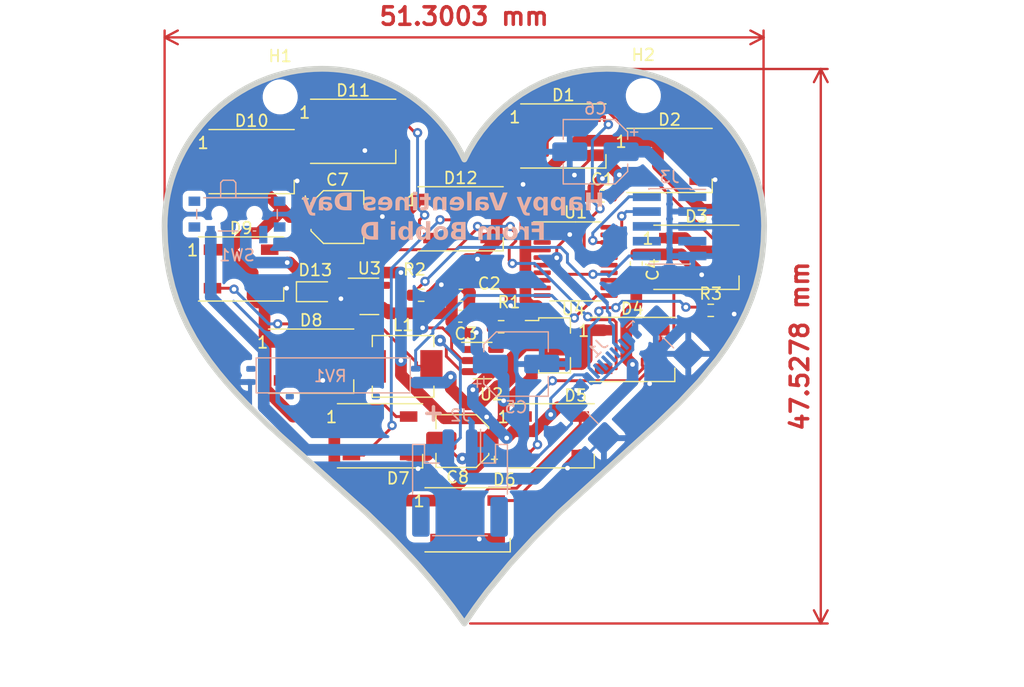
<source format=kicad_pcb>
(kicad_pcb (version 20240108) (generator "pcbnew") (generator_version "8.0")
  (layers (0 "F.Cu" signal) (31 "B.Cu" signal) (34 "B.Paste" user) (35 "F.Paste" user) (36 "B.SilkS" user "B.Silkscreen") (37 "F.SilkS" user "F.Silkscreen") (38 "B.Mask" user) (39 "F.Mask" user) (44 "Edge.Cuts" user))
  (net 0 "")
  (net 1 "+3V3")
  (net 2 "GND")
  (net 3 "+5V")
  (net 4 "/VBat")
  (net 5 "Net-(D1-DOUT)")
  (net 6 "/LED_Data")
  (net 7 "Net-(D2-DOUT)")
  (net 8 "Net-(D3-DOUT)")
  (net 9 "Net-(D4-DOUT)")
  (net 10 "Net-(D4-DIN)")
  (net 11 "Net-(D5-DIN)")
  (net 12 "Net-(D12-DIN)")
  (net 13 "Net-(D7-DIN)")
  (net 14 "Net-(D8-DIN)")
  (net 16 "Net-(D10-DIN)")
  (net 17 "Net-(D11-DIN)")
  (net 18 "/VUSB")
  (net 19 "Net-(J1-CC1)")
  (net 26 "/SWDIO")
  (net 27 "/SWCLK")
  (net 31 "/~{RST}")
  (net 32 "/VBat_switched")
  (net 33 "Net-(U3-SW)")
  (net 34 "Net-(U2-PROG)")
  (net 42 "/brightness")
  (net 43 "/Gain Select")
  (net 44 "/sda")
  (net 45 "/scl")
  (net 47 "/trans")
  (net 52 "Net-(J1-CC2)")
  (footprint "Capacitor_SMD:C_0603_1608Metric" (layer "F.Cu") (at 158.8 73.1)
    (property "Reference" "C1")
    (property "Value" "100nf")
  )
  (footprint "Capacitor_SMD:C_0603_1608Metric" (layer "F.Cu") (at 146.625 83.4)
    (property "Reference" "C3")
    (property "Value" "100n")
  )
  (footprint "LED_SMD:LED_WS2812B_PLCC4_5.0x5.0mm_P3.2mm" (layer "F.Cu") (at 139.75 93.65)
    (property "Reference" "D7")
    (property "Value" "WS2812B")
  )
  (footprint "Resistor_SMD:R_0603_1608Metric" (layer "F.Cu") (at 150.125 84.3)
    (property "Reference" "R1")
    (property "Value" "2k")
  )
  (footprint "LED_SMD:LED_WS2812B_PLCC4_5.0x5.0mm_P3.2mm" (layer "F.Cu") (at 147.25 100.85)
    (property "Reference" "D6")
    (property "Value" "WS2812B")
  )
  (footprint "Capacitor_SMD:CP_Elec_4x3" (layer "F.Cu") (at 146.8 94.1 180)
    (property "Reference" "C8")
    (property "Value" "4.7u")
  )
  (footprint "Package_TO_SOT_SMD:SOT-23-5" (layer "F.Cu") (at 148.5375 87.2)
    (property "Reference" "U2")
    (property "Value" "LR4054")
  )
  (footprint "LED_SMD:LED_WS2812B_PLCC4_5.0x5.0mm_P3.2mm" (layer "F.Cu") (at 164.55 70.05)
    (property "Reference" "D2")
    (property "Value" "WS2812B")
  )
  (footprint "LED_SMD:LED_WS2812B_PLCC4_5.0x5.0mm_P3.2mm" (layer "F.Cu") (at 128.75 70.15)
    (property "Reference" "D10")
    (property "Value" "WS2812B")
  )
  (footprint "Capacitor_SMD:C_0603_1608Metric" (layer "F.Cu") (at 146.675 81.6)
    (property "Reference" "C2")
    (property "Value" "100n")
  )
  (footprint "MountingHole:MountingHole_2.5mm" (layer "F.Cu") (at 162.3 64.5)
    (property "Reference" "H2")
    (property "Value" "MountingHole")
  )
  (footprint "LED_SMD:LED_WS2812B_PLCC4_5.0x5.0mm_P3.2mm" (layer "F.Cu") (at 155.45 67.95)
    (property "Reference" "D1")
    (property "Value" "WS2812B")
  )
  (footprint "LED_SMD:LED_WS2812B_PLCC4_5.0x5.0mm_P3.2mm" (layer "F.Cu") (at 133.85 87.25)
    (property "Reference" "D8")
    (property "Value" "WS2812B")
  )
  (footprint "LED_SMD:LED_WS2812B_PLCC4_5.0x5.0mm_P3.2mm" (layer "F.Cu") (at 161.35 86.25)
    (property "Reference" "D4")
    (property "Value" "WS2812B")
  )
  (footprint "Package_TO_SOT_SMD:SOT-23-5" (layer "F.Cu") (at 138.8375 81.7)
    (property "Reference" "U3")
    (property "Value" "TPS613222ADBV")
  )
  (footprint "LED_SMD:LED_WS2812B_PLCC4_5.0x5.0mm_P3.2mm" (layer "F.Cu") (at 154.45 93.65)
    (property "Reference" "D5")
    (property "Value" "WS2812B")
  )
  (footprint "Capacitor_SMD:C_0603_1608Metric" (layer "F.Cu") (at 161.7 78.875 90)
    (property "Reference" "C4")
    (property "Value" "100nf")
  )
  (footprint "LED_SMD:LED_WS2812B_PLCC4_5.0x5.0mm_P3.2mm" (layer "F.Cu") (at 137.45 67.55)
    (property "Reference" "D11")
    (property "Value" "WS2812B")
  )
  (footprint "Inductor_SMD:L_Vishay_IHLP-2020" (layer "F.Cu") (at 141.7265 87.7)
    (property "Reference" "L1")
    (property "Value" "4.7uh")
  )
  (footprint "Package_TO_SOT_SMD:SOT-89-3" (layer "F.Cu") (at 154.7 85.9)
    (property "Reference" "U4")
    (property "Value" "AMS1117-3.3")
  )
  (footprint "Package_SO:TSSOP-20_4.4x6.5mm_P0.65mm" (layer "F.Cu") (at 156.5 78.7)
    (property "Reference" "U1")
    (property "Value" "STM32G030F6P6")
  )
  (footprint "Resistor_SMD:R_0603_1608Metric" (layer "F.Cu") (at 143.275 81.6)
    (property "Reference" "R2")
    (property "Value" "5k1")
  )
  (footprint "Diode_SMD:D_SOD-323F" (layer "F.Cu") (at 134.2 81.3)
    (property "Reference" "D13")
    (property "Value" "SD103")
  )
  (footprint "LED_SMD:LED_WS2812B_PLCC4_5.0x5.0mm_P3.2mm" (layer "F.Cu") (at 127.85 79.35)
    (property "Reference" "D9")
    (property "Value" "WS2812B")
  )
  (footprint "LED_SMD:LED_WS2812B_PLCC4_5.0x5.0mm_P3.2mm" (layer "F.Cu") (at 146.65 75.05)
    (property "Reference" "D12")
    (property "Value" "WS2812B")
  )
  (footprint "Resistor_SMD:R_0603_1608Metric" (layer "F.Cu") (at 168.075 82.9)
    (property "Reference" "R3")
    (property "Value" "5k1")
  )
  (footprint "MountingHole:MountingHole_2.5mm" (layer "F.Cu") (at 131.2 64.6)
    (property "Reference" "H1")
    (property "Value" "MountingHole")
  )
  (footprint "LED_SMD:LED_WS2812B_PLCC4_5.0x5.0mm_P3.2mm" (layer "F.Cu") (at 166.85 78.35)
    (property "Reference" "D3")
    (property "Value" "WS2812B")
  )
  (footprint "Capacitor_SMD:CP_Elec_4x3" (layer "F.Cu") (at 136.1 74.9)
    (property "Reference" "C7")
    (property "Value" "4.7u")
  )
  (footprint "Potentiometer_SMD:ALPSALPINE RS08U111Z001" (layer "B.Cu") (at 138.19 89.59 180)
    (property "Reference" "RV1")
    (property "Value" "R_Potentiometer")
  )
  (footprint "Capacitor_SMD:CP_Elec_5x3" (layer "B.Cu") (at 158.2 69.3 180)
    (property "Reference" "C6")
    (property "Value" "10uf")
  )
  (footprint "Capacitor_SMD:CP_Elec_5x3" (layer "B.Cu") (at 151.4 87.5)
    (property "Reference" "C5")
    (property "Value" "10uf")
  )
  (footprint "Button_Switch_SMD:SW_SPDT_PCM12" (layer "B.Cu") (at 127.5 74.975)
    (property "Reference" "SW1")
    (property "Value" "SW_SPST")
  )
  (footprint "Connector_PinHeader_1.27mm:PinHeader_2x05_P1.27mm_Vertical_SMD" (layer "B.Cu") (at 164.55 75.7 180)
    (property "Reference" "J3")
    (property "Value" "Conn_ARM_JTAG_SWD_10")
  )
  (footprint "Connector_JST:JST_PH_S2B-PH-SM4-TB_1x02-1MP_P2.00mm_Horizontal" (layer "B.Cu") (at 146.6 97.7 180)
    (property "Reference" "J2")
    (property "Value" "Conn_01x02_Pin")
  )
  (footprint "Connector_USB:USB_C_Receptacle_GCT_USB4110" (layer "B.Cu") (at 161.9552 89.6527 -135)
    (property "Reference" "J1")
    (property "Value" "USB_C_Receptacle")
  )
  (gr_poly (pts (xy 135.3 62.2) (xy 135.799241 62.227725) (xy 136.293405 62.273527) (xy 136.782171 62.337071) (xy 137.26522 62.418022) (xy 137.742228 62.516049) (xy 138.212875 62.630815) (xy 138.676839 62.761988) (xy 139.133801 62.909235) (xy 139.583437 63.07222) (xy 140.025427 63.25061) (xy 140.459451 63.444071) (xy 140.885186 63.652271) (xy 141.302311 63.874873) (xy 141.710506 64.111546) (xy 142.109449 64.361954) (xy 142.498818 64.625765) (xy 142.878293 64.902644) (xy 143.247553 65.192257) (xy 143.606276 65.494272) (xy 143.95414 65.808352) (xy 144.290826 66.134166) (xy 144.616011 66.471379) (xy 144.929375 66.819658) (xy 145.230595 67.178667) (xy 145.519352 67.548075) (xy 145.795323 67.927546) (xy 146.058188 68.316747) (xy 146.307625 68.715345) (xy 146.543314 69.123004) (xy 146.764932 69.539392) (xy 146.972159 69.964175) (xy 147.404642 69.120721) (xy 147.892941 68.312769) (xy 148.434506 67.54293) (xy 149.026788 66.813812) (xy 149.667237 66.128027) (xy 150.353305 65.488183) (xy 151.08244 64.89689) (xy 151.852094 64.356758) (xy 152.659718 63.870398) (xy 153.502761 63.440418) (xy 154.378675 63.069429) (xy 155.284909 62.76004) (xy 156.218914 62.514861) (xy 157.178141 62.336502) (xy 158.16004 62.227573) (xy 159.162061 62.190683) (xy 159.855614 62.208227) (xy 160.540096 62.260293) (xy 161.214658 62.346034) (xy 161.878449 62.464601) (xy 162.530623 62.615148) (xy 163.170328 62.796826) (xy 163.796717 63.008788) (xy 164.408941 63.250185) (xy 165.00615 63.520171) (xy 165.587496 63.817898) (xy 166.152129 64.142517) (xy 166.699201 64.493181) (xy 167.227862 64.869043) (xy 167.737264 65.269254) (xy 168.226557 65.692967) (xy 168.694893 66.139334) (xy 169.141423 66.607508) (xy 169.565297 67.09664) (xy 169.965666 67.605883) (xy 170.341683 68.13439) (xy 170.692496 68.681312) (xy 171.017259 69.245802) (xy 171.315121 69.827012) (xy 171.585233 70.424095) (xy 171.826747 71.036202) (xy 172.038814 71.662486) (xy 172.220585 72.302099) (xy 172.37121 72.954193) (xy 172.48984 73.617922) (xy 172.575628 74.292436) (xy 172.627723 74.976889) (xy 172.645276 75.670432) (xy 172.599578 77.01484) (xy 172.465145 78.303833) (xy 172.245969 79.541146) (xy 171.946043 80.730515) (xy 171.569358 81.875676) (xy 171.119908 82.980366) (xy 170.601684 84.048319) (xy 170.01868 85.083274) (xy 169.374886 86.088964) (xy 168.674296 87.069127) (xy 167.118696 88.967815) (xy 165.383818 90.809226) (xy 163.501601 92.623248) (xy 155.138106 100.203214) (xy 152.998269 102.328618) (xy 150.902723 104.605964) (xy 148.883408 107.06514) (xy 147.912317 108.372254) (xy 146.972261 109.736034) (xy 145.98288 108.365171) (xy 144.968726 107.054643) (xy 143.933484 105.800392) (xy 142.880838 104.59836) (xy 140.738072 102.334728) (xy 138.569902 100.231289) (xy 130.232689 92.770306) (xy 128.379625 90.980965) (xy 127.508043 90.075365) (xy 126.678008 89.15707) (xy 125.893202 88.222022) (xy 125.15731 87.266163) (xy 124.474018 86.285437) (xy 123.847009 85.275787) (xy 123.279967 84.233155) (xy 122.776577 83.153483) (xy 122.340523 82.032716) (xy 121.97549 80.866795) (xy 121.685162 79.651663) (xy 121.473223 78.383264) (xy 121.343358 77.057539) (xy 121.299251 75.670432) (xy 121.316795 74.976889) (xy 121.368862 74.292436) (xy 121.454604 73.617922) (xy 121.573176 72.954193) (xy 121.723729 72.302099) (xy 121.905416 71.662486) (xy 122.117391 71.036202) (xy 122.358807 70.424095) (xy 122.628816 69.827012) (xy 122.926571 69.245802) (xy 123.251225 68.681312) (xy 123.601931 68.13439) (xy 123.977842 67.605883) (xy 124.378111 67.09664) (xy 124.801891 66.607508) (xy 125.248335 66.139334) (xy 125.716595 65.692967) (xy 126.205824 65.269254) (xy 126.715176 64.869043) (xy 127.243803 64.493181) (xy 127.790859 64.142517) (xy 128.355495 63.817898) (xy 128.936866 63.520171) (xy 129.534123 63.250185) (xy 130.146421 63.008788) (xy 130.772911 62.796826) (xy 131.412747 62.615148) (xy 132.065081 62.464601) (xy 132.729067 62.346034) (xy 133.403858 62.260293) (xy 134.088605 62.208227) (xy 134.782463 62.190683) (xy 134.796005 62.190683)) (stroke (width 0.5)) (fill none) (layer "Edge.Cuts"))
  (gr_text "Happy Valentines Day\nFrom Bobbi D" (at 146 77.1 0) (layer "B.SilkS") (effects (font (size 1.5 1.5) (thickness 0.3) (bold yes)) (justify bottom mirror)))
  (gr_text "+" (at 143.2 92.5 0) (layer "B.SilkS") (effects (font (size 1.5 1.5) (thickness 0.3) (bold yes)) (justify left bottom)))
  (dimension (type orthogonal) (layer "F.Cu") (pts (xy 121.299251 75.670432) (xy 172.599578 77.01484)) (height -16.170432) (orientation 0) (gr_text "51.3003 mm" (at 146.949415 57.7 0) (layer "F.Cu") (effects (font (size 1.5 1.5) (thickness 0.3)))) (format (prefix "") (suffix "") (units 3) (units_format 1) (precision 4)) (style (thickness 0.2) (arrow_length 1.27) (text_position_mode 0) (extension_height 0.58642) (extension_offset 0.5) keep_text_aligned))
  (dimension (type orthogonal) (layer "F.Cu") (pts (xy 159.855614 62.208227) (xy 146.972261 109.736034)) (height 17.644386) (orientation 1) (gr_text "47.5278 mm" (at 175.7 85.972131 90) (layer "F.Cu") (effects (font (size 1.5 1.5) (thickness 0.3)))) (format (prefix "") (suffix "") (units 3) (units_format 1) (precision 4)) (style (thickness 0.2) (arrow_length 1.27) (text_position_mode 0) (extension_height 0.58642) (extension_offset 0.5) keep_text_aligned))
  (segment (start 152.2 75.3409) (end 154.441 73.1) (width 1) (layer "F.Cu") (net 1))
  (segment (start 158.025 73.1) (end 158.025 72.375) (width 1) (layer "F.Cu") (net 1))
  (segment (start 149.82 89.3915) (end 150.302 89.3915) (width 1) (layer "F.Cu") (net 1))
  (segment (start 151.038 86.9625) (end 152.1 85.9) (width 1) (layer "F.Cu") (net 1))
  (segment (start 145.805 88.6) (end 145.804 88.6) (width 1) (layer "F.Cu") (net 1))
  (segment (start 153.225 82.525) (end 152.666 82.525) (width 1) (layer "F.Cu") (net 1))
  (segment (start 145.805 89.5723) (end 147.182 90.95) (width 1) (layer "F.Cu") (net 1))
  (segment (start 154.441 73.1) (end 158.025 73.1) (width 1) (layer "F.Cu") (net 1))
  (segment (start 154.1 83.4) (end 153.225 82.525) (width 1) (layer "F.Cu") (net 1))
  (segment (start 154.1997 85.4503) (end 153.75 85.9) (width 1) (layer "F.Cu") (net 1))
  (segment (start 151.038 88.6562) (end 151.038 86.9625) (width 1) (layer "F.Cu") (net 1))
  (segment (start 150.302 89.3915) (end 151.038 88.6562) (width 1) (layer "F.Cu") (net 1))
  (segment (start 153.6375 77.725) (end 153.638 77.725) (width 0.4006) (layer "F.Cu") (net 1))
  (segment (start 152.1 85.9) (end 152.8375 85.9) (width 1) (layer "F.Cu") (net 1))
  (segment (start 145.805 88.6) (end 145.805 89.5723) (width 1) (layer "F.Cu") (net 1))
  (segment (start 148.262 90.95) (end 149.82 89.3915) (width 1) (layer "F.Cu") (net 1))
  (segment (start 154.1 83.4) (end 154.1997 83.4997) (width 1) (layer "F.Cu") (net 1))
  (segment (start 147.182 90.95) (end 148.262 90.95) (width 1) (layer "F.Cu") (net 1))
  (segment (start 152.8375 85.9) (end 153.75 85.9) (width 1) (layer "F.Cu") (net 1))
  (segment (start 158.025 72.375) (end 158.8 71.6) (width 1) (layer "F.Cu") (net 1))
  (segment (start 152.2 82.0591) (end 152.2 77.725) (width 1) (layer "F.Cu") (net 1))
  (segment (start 152.2 77.725) (end 153.6375 77.725) (width 0.4006) (layer "F.Cu") (net 1))
  (segment (start 154.1997 83.4997) (end 154.1997 85.4503) (width 1) (layer "F.Cu") (net 1))
  (segment (start 152.2 77.725) (end 152.2 75.3409) (width 1) (layer "F.Cu") (net 1))
  (segment (start 152.666 82.525) (end 152.2 82.0591) (width 1) (layer "F.Cu") (net 1))
  (via (at 145.805 88.6) (size 1) (drill 0.4) (layers "F.Cu" "B.Cu") (net 1))
  (via (at 158.8 71.6) (size 1) (drill 0.4) (layers "F.Cu" "B.Cu") (net 1))
  (segment (start 145.315 89.09) (end 145.805 88.6) (width 1) (layer "B.Cu") (net 1))
  (segment (start 142.79 89.09) (end 145.315 89.09) (width 1) (layer "B.Cu") (net 1))
  (segment (start 158.8 71.6) (end 158.8 70.9) (width 1) (layer "B.Cu") (net 1))
  (segment (start 160.4 69.3) (end 162.64 69.3) (width 1) (layer "B.Cu") (net 1))
  (segment (start 158.8 70.9) (end 160.4 69.3) (width 1) (layer "B.Cu") (net 1))
  (segment (start 162.64 69.3) (end 166.5 73.16) (width 1) (layer "B.Cu") (net 1))
  (segment (start 155.807 96.4175) (end 156.9 95.3245) (width 1) (layer "F.Cu") (net 2))
  (segment (start 149.75 76.0368) (end 149.75 75.2237) (width 1) (layer "F.Cu") (net 2))
  (segment (start 169.3 80) (end 167.453 80) (width 1) (layer "F.Cu") (net 2))
  (segment (start 154.867 78.375) (end 154.885 78.393) (width 0.4006) (layer "F.Cu") (net 2))
  (segment (start 159.35 69.6) (end 159.35 70.3838) (width 1) (layer "F.Cu") (net 2))
  (segment (start 145.303 80.3966) (end 145.3031 80.3966) (width 1) (layer "F.Cu") (net 2))
  (segment (start 145.88 85.1795) (end 145.1 84.4) (width 0.25) (layer "F.Cu") (net 2))
  (segment (start 139.95 74.8586) (end 137.941 74.8586) (width 1) (layer "F.Cu") (net 2))
  (segment (start 149.75 76.85) (end 149.75 76.0368) (width 1) (layer "F.Cu") (net 2))
  (segment (start 154.885 77.515) (end 156 76.4) (width 0.25) (layer "F.Cu") (net 2))
  (segment (start 143.8 95.3) (end 145 94.1) (width 1) (layer "F.Cu") (net 2))
  (segment (start 149.75 76.0368) (end 149.1 76.6868) (width 1) (layer "F.Cu") (net 2))
  (segment (start 145.001 80.6987) (end 145.303 80.3966) (width 1) (layer "F.Cu") (net 2))
  (segment (start 165.553 78.1) (end 161.7 78.1) (width 1) (layer "F.Cu") (net 2))
  (segment (start 149.75 75.2237) (end 152 72.9737) (width 1) (layer "F.Cu") (net 2))
  (segment (start 169.2125 83.2125) (end 168.9 82.9) (width 1) (layer "F.Cu") (net 2))
  (segment (start 150.934 81.3344) (end 148.1 78.5) (width 1) (layer "F.Cu") (net 2))
  (segment (start 153.638 78.375) (end 153.6375 78.375) (width 0.4006) (layer "F.Cu") (net 2))
  (segment (start 147.4 87.2) (end 146.833 87.2) (width 0.25) (layer "F.Cu") (net 2))
  (segment (start 146.833 87.2) (end 145.88 86.2462) (width 0.25) (layer "F.Cu") (net 2))
  (segment (start 163.8 88.225095) (end 162.842579 89.182516) (width 1) (layer "F.Cu") (net 2))
  (segment (start 131.2 71.8) (end 132.65 71.8) (width 1) (layer "F.Cu") (net 2))
  (segment (start 163.8 87.9) (end 163.8 88.225095) (width 1) (layer "F.Cu") (net 2))
  (segment (start 149.1 76.6868) (end 149.1 76.7) (width 1) (layer "F.Cu") (net 2))
  (segment (start 148.1 78.5) (end 149.75 76.85) (width 1) (layer "F.Cu") (net 2))
  (segment (start 167.3014 79.8484) (end 165.553 78.1) (width 1) (layer "F.Cu") (net 2))
  (segment (start 153.638 78.375) (end 154.867 78.375) (width 0.4006) (layer "F.Cu") (net 2))
  (segment (start 139.9 69.2) (end 138.45 69.2) (width 1) (layer "F.Cu") (net 2))
  (segment (start 136.3 88.9) (end 134.85 88.9) (width 1) (layer "F.Cu") (net 2))
  (segment (start 167.453 80) (end 167.3014 79.8484) (width 1) (layer "F.Cu") (net 2))
  (segment (start 157.9 69.8) (end 156.4 71.3) (width 0.25) (layer "F.Cu") (net 2))
  (segment (start 157.9 69.6) (end 157.9 69.8) (width 0.25) (layer "F.Cu") (net 2))
  (segment (start 152.65 84.3) (end 152.75 84.4) (width 1) (layer "F.Cu") (net 2))
  (segment (start 143.007 95.3) (end 143.8 95.3) (width 1) (layer "F.Cu") (net 2))
  (segment (start 160.249 72.4258) (end 159.575 73.1) (width 1) (layer "F.Cu") (net 2))
  (segment (start 160.249 71.2829) (end 160.249 72.4258) (width 1) (layer "F.Cu") (net 2))
  (segment (start 157.9 69.6) (end 159.35 69.6) (width 1) (layer "F.Cu") (net 2))
  (segment (start 137.941 74.8586) (end 137.9 74.9) (width 1) (layer "F.Cu") (net 2))
  (segment (start 159.35 70.3838) (end 160.249 71.2829) (width 1) (layer "F.Cu") (net 2))
  (segment (start 146.8 95.6) (end 146.5 95.6) (width 0.25) (layer "F.Cu") (net 2))
  (segment (start 137.7 81.7) (end 136.6 81.7) (width 0.25) (layer "F.Cu") (net 2))
  (segment (start 143.007 96.4674) (end 143.007 95.3) (width 1) (layer "F.Cu") (net 2))
  (segment (start 147.2 78.5) (end 148.1 78.5) (width 1) (layer "F.Cu") (net 2))
  (segment (start 147.45 81.3655) (end 147.45 81.6) (width 1) (layer "F.Cu") (net 2))
  (segment (start 150.95 84.3) (end 152.65 84.3) (width 1) (layer "F.Cu") (net 2))
  (segment (start 150.934 82.4966) (end 150.934 84.2844) (width 1) (layer "F.Cu") (net 2))
  (segment (start 136.6 81.7) (end 136.4 81.9) (width 0.25) (layer "F.Cu") (net 2))
  (segment (start 145.001 80.6987) (end 145.3031 80.3966) (width 1) (layer "F.Cu") (net 2))
  (segment (start 145.1 84.4) (end 143.4 84.4) (width 0.25) (layer "F.Cu") (net 2))
  (segment (start 149.7 102.5) (end 148.25 102.5) (width 1) (layer "F.Cu") (net 2))
  (segment (start 146.5 95.6) (end 145 94.1) (width 0.25) (layer "F.Cu") (net 2))
  (segment (start 147.4 81.65) (end 147.4 83.4) (width 1) (layer "F.Cu") (net 2))
  (segment (start 150.934 82.4966) (end 150.934 81.3344) (width 1) (layer "F.Cu") (net 2))
  (segment (start 130.3 81) (end 131.75 81) (width 1) (layer "F.Cu") (net 2))
  (segment (start 145.3031 80.3966) (end 147.2 78.5) (width 1) (layer "F.Cu") (net 2))
  (segment (start 167 71.7) (end 168.45 71.7) (width 1) (layer "F.Cu") (net 2))
  (segment (start 147.45 81.6) (end 147.4 81.65) (width 1) (layer "F.Cu") (net 2))
  (segment (start 145.3031 80.3966) (end 146.481 80.3966) (width 1) (layer "F.Cu") (net 2))
  (segment (start 145.88 86.2462) (end 145.88 85.1795) (width 0.25) (layer "F.Cu") (net 2))
  (segment (start 154.885 78.393) (end 154.885 77.515) (width 0.25) (layer "F.Cu") (net 2))
  (segment (start 156.9 95.3245) (end 156.9 95.3) (width 1) (layer "F.Cu") (net 2))
  (segment (start 170.0819 83.2125) (end 169.2125 83.2125) (width 1) (layer "F.Cu") (net 2))
  (segment (start 142.2 95.3) (end 143.007 95.3) (width 1) (layer "F.Cu") (net 2))
  (segment (start 152 72.9737) (end 152 72.1) (width 1) (layer "F.Cu") (net 2))
  (segment (start 144.1 81.6) (end 145.001 80.6987) (width 1) (layer "F.Cu") (net 2))
  (segment (start 146.481 80.3966) (end 147.45 81.3655) (width 1) (layer "F.Cu") (net 2))
  (segment (start 150.934 84.2844) (end 150.95 84.3) (width 1) (layer "F.Cu") (net 2))
  (via (at 136.4 81.9) (size 1) (drill 0.4) (layers "F.Cu" "B.Cu") (net 2))
  (via (at 154.885 78.393) (size 1) (drill 0.4) (layers "F.Cu" "B.Cu") (net 2))
  (via (at 162.842579 89.182516) (size 1) (drill 0.4) (layers "F.Cu" "B.Cu") (net 2))
  (via (at 167.3014 79.8484) (size 1) (drill 0.4) (layers "F.Cu" "B.Cu") (net 2))
  (via (at 138.45 69.2) (size 1) (drill 0.4) (layers "F.Cu" "B.Cu") (net 2))
  (via (at 134.85 88.9) (size 1) (drill 0.4) (layers "F.Cu" "B.Cu") (net 2))
  (via (at 150.934 82.4966) (size 1) (drill 0.4) (layers "F.Cu" "B.Cu") (net 2))
  (via (at 155.807 96.4175) (size 1) (drill 0.4) (layers "F.Cu" "B.Cu") (net 2))
  (via (at 131.75 81) (size 1) (drill 0.4) (layers "F.Cu" "B.Cu") (net 2))
  (via (at 148.1 78.5) (size 1) (drill 0.4) (layers "F.Cu" "B.Cu") (net 2))
  (via (at 143.4 84.4) (size 1) (drill 0.4) (layers "F.Cu" "B.Cu") (net 2))
  (via (at 152 72.1) (size 1) (drill 0.4) (layers "F.Cu" "B.Cu") (net 2))
  (via (at 145.001 80.6987) (size 1) (drill 0.4) (layers "F.Cu" "B.Cu") (net 2))
  (via (at 170.0819 83.2125) (size 1) (drill 0.4) (layers "F.Cu" "B.Cu") (net 2))
  (via (at 156.4 71.3) (size 1) (drill 0.4) (layers "F.Cu" "B.Cu") (net 2))
  (via (at 160.249 71.2829) (size 1) (drill 0.4) (layers "F.Cu" "B.Cu") (net 2))
  (via (at 148.25 102.5) (size 1) (drill 0.4) (layers "F.Cu" "B.Cu") (net 2))
  (via (at 139.95 74.8586) (size 1) (drill 0.4) (layers "F.Cu" "B.Cu") (net 2))
  (via (at 146.8 95.6) (size 1) (drill 0.4) (layers "F.Cu" "B.Cu") (net 2))
  (via (at 156 76.4) (size 1) (drill 0.4) (layers "F.Cu" "B.Cu") (net 2))
  (via (at 168.45 71.7) (size 1) (drill 0.4) (layers "F.Cu" "B.Cu") (net 2))
  (via (at 132.65 71.8) (size 1) (drill 0.4) (layers "F.Cu" "B.Cu") (net 2))
  (via (at 143.007 96.4674) (size 1) (drill 0.4) (layers "F.Cu" "B.Cu") (net 2))
  (segment (start 156.146318 91.070449) (end 156.146318 92.594138) (width 0.25) (layer "B.Cu") (net 2))
  (segment (start 156 76.1) (end 152 72.1) (width 0.25) (layer "B.Cu") (net 2))
  (segment (start 156.357126 96.4175) (end 158.925247 93.849379) (width 0.25) (layer "B.Cu") (net 2))
  (segment (start 156 76.4) (end 156 76.1) (width 0.25) (layer "B.Cu") (net 2))
  (segment (start 156.146318 92.594138) (end 153.440456 95.3) (width 0.25) (layer "B.Cu") (net 2))
  (segment (start 155.807 96.4175) (end 156.357126 96.4175) (width 0.25) (layer "B.Cu") (net 2))
  (segment (start 157.090305 90.126462) (end 156.146318 91.070449) (width 0.25) (layer "B.Cu") (net 2))
  (segment (start 147.55 94.85) (end 146.8 95.6) (width 0.25) (layer "B.Cu") (net 2))
  (segment (start 153.440456 95.3) (end 150.9 95.3) (width 0.25) (layer "B.Cu") (net 2))
  (segment (start 147.6 94.85) (end 147.55 94.85) (width 0.25) (layer "B.Cu") (net 2))
  (segment (start 157.090305 89.313289) (end 157.090305 90.126462) (width 0.25) (layer "B.Cu") (net 2))
  (segment (start 135 65.9) (end 133.55 65.9) (width 1) (layer "F.Cu") (net 3))
  (segment (start 128.837 81.7575) (end 128.837 79.687) (width 1) (layer "F.Cu") (net 3))
  (segment (start 154.295 70.7554) (end 151.55 70.7554) (width 1) (layer "F.Cu") (net 3))
  (segment (start 153 66.3) (end 151.55 66.3) (width 1) (layer "F.Cu") (net 3))
  (segment (start 150.5 92.0502) (end 150.338 92.0502) (width 1) (layer "F.Cu") (net 3))
  (segment (start 148.6 94.1) (end 150.338 92.362) (width 1) (layer "F.Cu") (net 3))
  (segment (start 138.978 99.2) (end 144.8 99.2) (width 1) (layer "F.Cu") (net 3))
  (segment (start 156.692 68.3578) (end 154.295 70.7554) (width 1) (layer "F.Cu") (net 3))
  (segment (start 150.338 92.0502) (end 150.338 90.6415) (width 1) (layer "F.Cu") (net 3))
  (segment (start 135.836 96.0581) (end 138.978 99.2) (width 1) (layer "F.Cu") (net 3))
  (segment (start 167.341 74.2754) (end 163.55 70.4848) (width 1) (layer "F.Cu") (net 3))
  (segment (start 170.75 75.9079) (end 169.118 74.2754) (width 1) (layer "F.Cu") (net 3))
  (segment (start 145.9 83.35) (end 145.85 83.4) (width 1) (layer "F.Cu") (net 3))
  (segment (start 132.325 82.2249) (end 129.858 82.2249) (width 1) (layer "F.Cu") (net 3))
  (segment (start 129.95 89.6554) (end 132.294 92) (width 1) (layer "F.Cu") (net 3))
  (segment (start 145.65 73.4) (end 148.295 70.7554) (width 1) (layer "F.Cu") (net 3))
  (segment (start 163.55 70.4848) (end 163.55 68.4) (width 1) (layer "F.Cu") (net 3))
  (segment (start 145.6 83.15) (end 145.85 83.4) (width 1) (layer "F.Cu") (net 3))
  (segment (start 152.75 88.6408) (end 150.749 90.6415) (width 1) (layer "F.Cu") (net 3))
  (segment (start 129.858 82.2249) (end 129.304 82.2249) (width 1) (layer "F.Cu") (net 3))
  (segment (start 126.3 68.5) (end 127.75 68.5) (width 1) (layer "F.Cu") (net 3))
  (segment (start 135.836 92) (end 135.836 96.0581) (width 1) (layer "F.Cu") (net 3))
  (segment (start 148.295 70.7554) (end 151.55 70.7554) (width 1) (layer "F.Cu") (net 3))
  (segment (start 127.75 70.6081) (end 127.75 68.5) (width 1) (layer "F.Cu") (net 3))
  (segment (start 150.55 92) (end 150.5 92.0502) (width 1) (layer "F.Cu") (net 3))
  (segment (start 132.042 74.9) (end 131.407 74.2646) (width 1) (layer "F.Cu") (net 3))
  (segment (start 133 81.55) (end 132.325 82.2249) (width 1) (layer "F.Cu") (net 3))
  (segment (start 131.4 85.6) (end 129.95 85.6) (width 1) (layer "F.Cu") (net 3))
  (segment (start 145.85 83.875) (end 146.775 84.8) (width 1) (layer "F.Cu") (net 3))
  (segment (start 163.55 68.4) (end 162.1 68.4) (width 1) (layer "F.Cu") (net 3))
  (segment (start 169.118 74.2754) (end 167.341 74.2754) (width 1) (layer "F.Cu") (net 3))
  (segment (start 157.003 87.5) (end 152.85 87.5) (width 1) (layer "F.Cu") (net 3))
  (segment (start 129.2 67.0501) (end 127.75 68.5) (width 1) (layer "F.Cu") (net 3))
  (segment (start 133 81.55) (end 133 81.4002) (width 0.5008) (layer "F.Cu") (net 3))
  (segment (start 135.847 76.4468) (end 140.08 76.4468) (width 1) (layer "F.Cu") (net 3))
  (segment (start 134.3 74.9) (end 135.847 76.4468) (width 1) (layer "F.Cu") (net 3))
  (segment (start 135.836 92) (end 137.3 92) (width 1) (layer "F.Cu") (net 3))
  (segment (start 158.9 84.6) (end 157.4499 84.6) (width 1) (layer "F.Cu") (net 3))
  (segment (start 129.95 85.6) (end 129.95 89.6554) (width 1) (layer "F.Cu") (net 3))
  (segment (start 139.975 82.65) (end 140.475 83.15) (width 1) (layer "F.Cu") (net 3))
  (segment (start 144.8 99.2) (end 145.1 99.2) (width 1) (layer "F.Cu") (net 3))
  (segment (start 160.65 68.4) (end 160.608 68.3578) (width 1) (layer "F.Cu") (net 3))
  (segment (start 129.389 76.2826) (end 128.268 76.2826) (width 1) (layer "F.Cu") (net 3))
  (segment (start 164.4 76.7) (end 165.85 76.7) (width 1) (layer "F.Cu") (net 3))
  (segment (start 150.749 90.6415) (end 150.338 90.6415) (width 1) (layer "F.Cu") (net 3))
  (segment (start 152.85 87.5) (end 152.75 87.4) (width 1) (layer "F.Cu") (net 3))
  (segment (start 129.304 82.2249) (end 128.837 81.7575) (width 1) (layer "F.Cu") (net 3))
  (segment (start 144.2 73.4) (end 145.65 73.4) (width 1) (layer "F.Cu") (net 3))
  (segment (start 145.1 99.2) (end 148.6 95.7) (width 1) (layer "F.Cu") (net 3))
  (segment (start 132.4 67.0501) (end 129.2 67.0501) (width 1) (layer "F.Cu") (net 3))
  (segment (start 125.4 77.7) (end 126.85 77.7) (width 1) (layer "F.Cu") (net 3))
  (segment (start 133.55 65.9) (end 132.4 67.0501) (width 1) (layer "F.Cu") (net 3))
  (segment (start 133 81.4002) (end 133.1 81.3) (width 0.5008) (layer "F.Cu") (net 3))
  (segment (start 132.294 92) (end 135.836 92) (width 1) (layer "F.Cu") (net 3))
  (segment (start 134.3 74.9) (end 132.042 74.9) (width 1) (layer "F.Cu") (net 3))
  (segment (start 131.407 74.2646) (end 129.389 76.2826) (width 1) (layer "F.Cu") (net 3))
  (segment (start 129.858 85.5077) (end 129.95 85.6) (width 1) (layer "F.Cu") (net 3))
  (segment (start 152.75 87.4) (end 152.75 88.6408) (width 1) (layer "F.Cu") (net 3))
  (segment (start 150.338 92.362) (end 150.338 92.0502) (width 1) (layer "F.Cu") (net 3))
  (segment (start 152 92) (end 150.55 92) (width 1) (layer "F.Cu") (net 3))
  (segment (start 157.4499 87.0531) (end 157.003 87.5) (width 1) (layer "F.Cu") (net 3))
  (segment (start 145.9 81.6) (end 145.9 83.35) (width 1) (layer "F.Cu") (net 3))
  (segment (start 145.85 83.4) (end 145.85 83.875) (width 1) (layer "F.Cu") (net 3))
  (segment (start 148.6 95.7) (end 148.6 94.1) (width 1) (layer "F.Cu") (net 3))
  (segment (start 165.85 76.7) (end 167 77.8502) (width 1) (layer "F.Cu") (net 3))
  (segment (start 140.08 76.4468) (end 142.75 73.7774) (width 1) (layer "F.Cu") (net 3))
  (segment (start 151.55 66.3) (end 151.55 70.7554) (width 1) (layer "F.Cu") (net 3))
  (segment (start 129.858 82.2249) (end 129.858 85.5077) (width 1) (layer "F.Cu") (net 3))
  (segment (start 167 77.8502) (end 170.36 77.8502) (width 1) (layer "F.Cu") (net 3))
  (segment (start 160.608 68.3578) (end 156.692 68.3578) (width 1) (layer "F.Cu") (net 3))
  (segment (start 170.75 77.4598) (end 170.75 75.9079) (width 1) (layer "F.Cu") (net 3))
  (segment (start 157.4499 84.6) (end 157.4499 87.0531) (width 1) (layer "F.Cu") (net 3))
  (segment (start 142.75 73.7774) (end 142.75 73.4) (width 1) (layer "F.Cu") (net 3))
  (segment (start 128.837 79.687) (end 126.85 77.7) (width 1) (layer "F.Cu") (net 3))
  (segment (start 170.36 77.8502) (end 170.75 77.4598) (width 1) (layer "F.Cu") (net 3))
  (segment (start 162.1 68.4) (end 160.65 68.4) (width 1) (layer "F.Cu") (net 3))
  (segment (start 140.475 83.15) (end 145.6 83.15) (width 1) (layer "F.Cu") (net 3))
  (segment (start 142.75 73.4) (end 144.2 73.4) (width 1) (layer "F.Cu") (net 3))
  (segment (start 128.268 76.2826) (end 126.85 77.7) (width 1) (layer "F.Cu") (net 3))
  (segment (start 131.407 74.2646) (end 127.75 70.6081) (width 1) (layer "F.Cu") (net 3))
  (segment (start 146.775 84.8) (end 148 84.8) (width 1) (layer "F.Cu") (net 3))
  (via (at 150.338 90.6415) (size 1) (drill 0.4) (layers "F.Cu" "B.Cu") (net 3))
  (via (at 148 84.8) (size 1) (drill 0.4) (layers "F.Cu" "B.Cu") (net 3))
  (segment (start 148 86.3) (end 149.2 87.5) (width 1) (layer "B.Cu") (net 3))
  (segment (start 148 84.8) (end 148 86.3) (width 1) (layer "B.Cu") (net 3))
  (segment (start 149.2 87.5) (end 150.338 88.638) (width 1) (layer "B.Cu") (net 3))
  (segment (start 150.338 88.638) (end 150.338 90.6415) (width 1) (layer "B.Cu") (net 3))
  (segment (start 160.8409 83.3283) (end 160.8409 86.993116) (width 1) (layer "F.Cu") (net 4))
  (segment (start 160.8409 86.993116) (end 161.380804 87.53302) (width 1) (layer "F.Cu") (net 4))
  (segment (start 145.43 86.0219) (end 144.891 85.4837) (width 0.25) (layer "F.Cu") (net 4))
  (segment (start 146.738 88.15) (end 145.43 86.842) (width 0.25) (layer "F.Cu") (net 4))
  (segment (start 145.43 86.842) (end 145.43 86.0219) (width 0.25) (layer "F.Cu") (net 4))
  (segment (start 147.4 88.15) (end 146.738 88.15) (width 0.25) (layer "F.Cu") (net 4))
  (segment (start 161.7 82.4692) (end 160.8409 83.3283) (width 1) (layer "F.Cu") (net 4))
  (segment (start 161.7 79.65) (end 161.7 82.4692) (width 1) (layer "F.Cu") (net 4))
  (via (at 161.380804 87.53302) (size 1) (drill 0.4) (layers "F.Cu" "B.Cu") (net 4))
  (via (at 144.891 85.4837) (size 1) (drill 0.4) (layers "F.Cu" "B.Cu") (net 4))
  (segment (start 146.63 87.2224) (end 144.891 85.4837) (width 0.25) (layer "B.Cu") (net 4))
  (segment (start 144.4804 94.85) (end 145.6 94.85) (width 1) (layer "B.Cu") (net 4))
  (segment (start 145.6 94.85) (end 146.63 93.82) (width 0.25) (layer "B.Cu") (net 4))
  (segment (start 129.79 91.19) (end 133.45 94.85) (width 1) (layer "B.Cu") (net 4))
  (segment (start 125.25 81.755) (end 129.79 86.295) (width 1) (layer "B.Cu") (net 4))
  (segment (start 144.4804 95.048167) (end 146.758133 97.3259) (width 1) (layer "B.Cu") (net 4))
  (segment (start 144.4804 94.85) (end 144.4804 95.048167) (width 1) (layer "B.Cu") (net 4))
  (segment (start 129.79 86.295) (end 129.79 91.19) (width 1) (layer "B.Cu") (net 4))
  (segment (start 153.040826 97.3259) (end 161.380804 88.985922) (width 1) (layer "B.Cu") (net 4))
  (segment (start 146.758133 97.3259) (end 153.040826 97.3259) (width 1) (layer "B.Cu") (net 4))
  (segment (start 133.45 94.85) (end 144.4804 94.85) (width 1) (layer "B.Cu") (net 4))
  (segment (start 146.63 93.82) (end 146.63 87.2224) (width 0.25) (layer "B.Cu") (net 4))
  (segment (start 161.380804 88.985922) (end 161.380804 87.53302) (width 1) (layer "B.Cu") (net 4))
  (segment (start 125.25 76.405) (end 125.25 81.755) (width 1) (layer "B.Cu") (net 4))
  (segment (start 158.922 65.5054) (end 160.424 67.0068) (width 0.25) (layer "F.Cu") (net 5))
  (segment (start 154.075 68.4232) (end 156.993 65.5054) (width 0.25) (layer "F.Cu") (net 5))
  (segment (start 153 69.6) (end 154.075 69.6) (width 0.25) (layer "F.Cu") (net 5))
  (segment (start 165.925 68.4) (end 167 68.4) (width 0.25) (layer "F.Cu") (net 5))
  (segment (start 156.993 65.5054) (end 158.922 65.5054) (width 0.25) (layer "F.Cu") (net 5))
  (segment (start 154.075 69.6) (end 154.075 68.4232) (width 0.25) (layer "F.Cu") (net 5))
  (segment (start 164.532 67.0068) (end 165.925 68.4) (width 0.25) (layer "F.Cu") (net 5))
  (segment (start 160.424 67.0068) (end 164.532 67.0068) (width 0.25) (layer "F.Cu") (net 5))
  (segment (start 159.362 79.025) (end 158.624 79.025) (width 0.25) (layer "F.Cu") (net 6))
  (segment (start 158.975 66.6273) (end 158.975 66.3) (width 0.25) (layer "F.Cu") (net 6))
  (segment (start 157.235 77.6354) (end 157.235 75.5416) (width 0.25) (layer "F.Cu") (net 6))
  (segment (start 159.362 79.025) (end 159.3625 79.025) (width 0.25) (layer "F.Cu") (net 6))
  (segment (start 158.624 79.025) (end 157.235 77.6354) (width 0.25) (layer "F.Cu") (net 6))
  (segment (start 158.975 66.3) (end 157.9 66.3) (width 0.25) (layer "F.Cu") (net 6))
  (segment (start 157.235 75.5416) (end 158.591 74.1857) (width 0.25) (layer "F.Cu") (net 6))
  (segment (start 159.311 66.9635) (end 158.975 66.6273) (width 0.25) (layer "F.Cu") (net 6))
  (via (at 159.311 66.9635) (size 0.8) (drill 0.4) (layers "F.Cu" "B.Cu") (net 6))
  (via (at 158.591 74.1857) (size 0.8) (drill 0.4) (layers "F.Cu" "B.Cu") (net 6))
  (segment (start 158.591 74.1857) (end 157.935 73.5298) (width 0.25) (layer "B.Cu") (net 6))
  (segment (start 157.935 73.5298) (end 157.935 68.34) (width 0.25) (layer "B.Cu") (net 6))
  (segment (start 157.935 68.34) (end 159.311 66.9635) (width 0.25) (layer "B.Cu") (net 6))
  (segment (start 163.225 71.7) (end 162.1 71.7) (width 0.25) (layer "F.Cu") (net 7))
  (segment (start 168.225 76.7) (end 163.225 71.7) (width 0.25) (layer "F.Cu") (net 7))
  (segment (start 169.3 76.7) (end 168.225 76.7) (width 0.25) (layer "F.Cu") (net 7))
  (segment (start 157.4155 93.0657) (end 157.721957 93.0657) (width 0.25) (layer "F.Cu") (net 8))
  (segment (start 164.5567 85.4248) (end 164.6363 85.4248) (width 0.25) (layer "F.Cu") (net 8))
  (segment (start 149.7 99.2) (end 151.282 99.2) (width 0.25) (layer "F.Cu") (net 8))
  (segment (start 164.9166 81.3336) (end 164.4 80.817) (width 0.25) (layer "F.Cu") (net 8))
  (segment (start 164.6363 85.4248) (end 164.9166 85.1445) (width 0.25) (layer "F.Cu") (net 8))
  (segment (start 164.9166 85.1445) (end 164.9166 81.3336) (width 0.25) (layer "F.Cu") (net 8))
  (segment (start 151.282 99.2) (end 157.4155 93.0657) (width 0.25) (layer "F.Cu") (net 8))
  (segment (start 162.705804 88.081853) (end 162.705804 87.82747) (width 0.25) (layer "F.Cu") (net 8))
  (segment (start 164.4 80.817) (end 164.4 80) (width 0.25) (layer "F.Cu") (net 8))
  (segment (start 162.725 87.2565) (end 164.5567 85.4248) (width 0.25) (layer "F.Cu") (net 8))
  (segment (start 162.705804 87.82747) (end 162.725 87.808274) (width 0.25) (layer "F.Cu") (net 8))
  (segment (start 162.725 87.808274) (end 162.725 87.2565) (width 0.25) (layer "F.Cu") (net 8))
  (segment (start 157.721957 93.0657) (end 162.705804 88.081853) (width 0.25) (layer "F.Cu") (net 8))
  (segment (start 157.4155 93.0657) (end 157.706 92.7752) (width 0.25) (layer "F.Cu") (net 8))
  (segment (start 150.817 78.6053) (end 150.817 77.525) (width 0.25) (layer "F.Cu") (net 9))
  (segment (start 148.15 75.7457) (end 148.15 75.8) (width 0.25) (layer "F.Cu") (net 9))
  (segment (start 158.9 87.9) (end 159.9751 87.9) (width 0.25) (layer "F.Cu") (net 9))
  (segment (start 150.817 77.525) (end 151.375 76.9667) (width 0.25) (layer "F.Cu") (net 9))
  (segment (start 148.106 75.7017) (end 148.15 75.7457) (width 0.25) (layer "F.Cu") (net 9))
  (segment (start 157.8046 83.702) (end 159.7561 83.702) (width 0.25) (layer "F.Cu") (net 9))
  (segment (start 151.375 76.2833) (end 150.892 75.8) (width 0.25) (layer "F.Cu") (net 9))
  (segment (start 159.7561 83.702) (end 159.9751 83.921) (width 0.25) (layer "F.Cu") (net 9))
  (segment (start 146.25 77.7) (end 148.15 75.8) (width 0.25) (layer "F.Cu") (net 9))
  (segment (start 130.3 77.7) (end 146.25 77.7) (width 0.25) (layer "F.Cu") (net 9))
  (segment (start 159.9751 83.921) (end 159.9751 87.9) (width 0.25) (layer "F.Cu") (net 9))
  (segment (start 150.892 75.7082) (end 150.9 75.7) (width 0.25) (layer "F.Cu") (net 9))
  (segment (start 150.892 75.8) (end 150.892 75.7082) (width 0.25) (layer "F.Cu") (net 9))
  (segment (start 157.5401 83.4375) (end 157.8046 83.702) (width 0.25) (layer "F.Cu") (net 9))
  (segment (start 151.375 76.9667) (end 151.375 76.2833) (width 0.25) (layer "F.Cu") (net 9))
  (segment (start 151.088 78.877) (end 150.817 78.6053) (width 0.25) (layer "F.Cu") (net 9))
  (via (at 151.088 78.877) (size 0.8) (drill 0.4) (layers "F.Cu" "B.Cu") (net 9))
  (via (at 157.5401 83.4375) (size 0.8) (drill 0.4) (layers "F.Cu" "B.Cu") (net 9))
  (via (at 150.9 75.7) (size 0.8) (drill 0.4) (layers "F.Cu" "B.Cu") (net 9))
  (via (at 148.106 75.7017) (size 0.8) (drill 0.4) (layers "F.Cu" "B.Cu") (net 9))
  (segment (start 148.108 75.7) (end 148.106 75.7017) (width 0.25) (layer "B.Cu") (net 9))
  (segment (start 152.994 78.877) (end 157.368 83.2509) (width 0.25) (layer "B.Cu") (net 9))
  (segment (start 150.9 75.7) (end 148.108 75.7) (width 0.25) (layer "B.Cu") (net 9))
  (segment (start 151.088 78.877) (end 152.994 78.877) (width 0.25) (layer "B.Cu") (net 9))
  (segment (start 157.368 83.2509) (end 157.5401 83.423) (width 0.25) (layer "B.Cu") (net 9))
  (segment (start 157.5401 83.423) (end 157.5401 83.4375) (width 0.25) (layer "B.Cu") (net 9))
  (segment (start 161.220639 88.930622) (end 154.512861 88.930622) (width 0.25) (layer "F.Cu") (net 10))
  (segment (start 152.34444 95.3) (end 153.236794 94.407646) (width 0.25) (layer "F.Cu") (net 10))
  (segment (start 163.8 85.4738) (end 162.210726 87.063074) (width 0.25) (layer "F.Cu") (net 10))
  (segment (start 163.8 84.6) (end 163.8 85.4738) (width 0.25) (layer "F.Cu") (net 10))
  (segment (start 162.210726 87.063074) (end 162.210726 87.595996) (width 0.25) (layer "F.Cu") (net 10))
  (segment (start 152 95.3) (end 152.34444 95.3) (width 0.25) (layer "F.Cu") (net 10))
  (segment (start 162.255804 87.641074) (end 162.255804 87.895457) (width 0.25) (layer "F.Cu") (net 10))
  (segment (start 162.255804 87.895457) (end 161.220639 88.930622) (width 0.25) (layer "F.Cu") (net 10))
  (segment (start 162.210726 87.595996) (end 162.255804 87.641074) (width 0.25) (layer "F.Cu") (net 10))
  (via (at 153.236794 94.407646) (size 0.8) (drill 0.4) (layers "F.Cu" "B.Cu") (net 10))
  (via (at 154.512861 88.930622) (size 0.8) (drill 0.4) (layers "F.Cu" "B.Cu") (net 10))
  (segment (start 153.15 94.320852) (end 153.236794 94.407646) (width 0.25) (layer "B.Cu") (net 10))
  (segment (start 153.15 90.293483) (end 153.15 94.320852) (width 0.25) (layer "B.Cu") (net 10))
  (segment (start 154.512861 88.930622) (end 153.15 90.293483) (width 0.25) (layer "B.Cu") (net 10))
  (segment (start 151.454 98.1458) (end 149.079 98.1458) (width 0.25) (layer "F.Cu") (net 11))
  (segment (start 144.8 102.425) (end 144.8 102.5) (width 0.25) (layer "F.Cu") (net 11))
  (segment (start 149.079 98.1458) (end 144.8 102.425) (width 0.25) (layer "F.Cu") (net 11))
  (segment (start 156.9 92.7) (end 156.9 92) (width 0.25) (layer "F.Cu") (net 11))
  (segment (start 156.9 92.7) (end 151.454 98.1458) (width 0.25) (layer "F.Cu") (net 11))
  (segment (start 149.1 73.4) (end 148.025 73.4) (width 0.25) (layer "F.Cu") (net 12))
  (segment (start 148.025 73.4) (end 146.286 75.1384) (width 0.25) (layer "F.Cu") (net 12))
  (segment (start 138.375 95.3) (end 140.78 92.8947) (width 0.25) (layer "F.Cu") (net 12))
  (segment (start 146.286 75.1384) (end 144.893 75.1384) (width 0.25) (layer "F.Cu") (net 12))
  (segment (start 140.78 92.8947) (end 140.78 92.7607) (width 0.25) (layer "F.Cu") (net 12))
  (segment (start 137.3 95.3) (end 138.375 95.3) (width 0.25) (layer "F.Cu") (net 12))
  (via (at 140.78 92.7607) (size 0.8) (drill 0.4) (layers "F.Cu" "B.Cu") (net 12))
  (via (at 144.893 75.1384) (size 0.8) (drill 0.4) (layers "F.Cu" "B.Cu") (net 12))
  (segment (start 140.715 92.6953) (end 140.78 92.7607) (width 0.25) (layer "B.Cu") (net 12))
  (segment (start 140.715 79.3165) (end 140.715 92.6953) (width 0.25) (layer "B.Cu") (net 12))
  (segment (start 144.893 75.1384) (end 140.715 79.3165) (width 0.25) (layer "B.Cu") (net 12))
  (segment (start 141.125 92) (end 142.2 92) (width 0.25) (layer "F.Cu") (net 13))
  (segment (start 134.612 91.0367) (end 140.162 91.0367) (width 0.25) (layer "F.Cu") (net 13))
  (segment (start 140.162 91.0367) (end 141.125 92) (width 0.25) (layer "F.Cu") (net 13))
  (segment (start 132.475 88.9) (end 134.612 91.0367) (width 0.25) (layer "F.Cu") (net 13))
  (segment (start 131.4 88.9) (end 132.475 88.9) (width 0.25) (layer "F.Cu") (net 13))
  (segment (start 135.225 85.6) (end 133.683 84.058) (width 0.25) (layer "F.Cu") (net 14))
  (segment (start 125.4 81) (end 127.158 81) (width 0.25) (layer "F.Cu") (net 14))
  (segment (start 136.3 85.6) (end 135.225 85.6) (width 0.25) (layer "F.Cu") (net 14))
  (segment (start 133.683 84.058) (end 130.983 84.058) (width 0.25) (layer "F.Cu") (net 14))
  (segment (start 127.158 81) (end 127.244 81.0861) (width 0.25) (layer "F.Cu") (net 14))
  (via (at 127.244 81.0861) (size 0.8) (drill 0.4) (layers "F.Cu" "B.Cu") (net 14))
  (via (at 130.983 84.058) (size 0.8) (drill 0.4) (layers "F.Cu" "B.Cu") (net 14))
  (segment (start 130.216 84.058) (end 130.983 84.058) (width 0.25) (layer "B.Cu") (net 14))
  (segment (start 127.244 81.0861) (end 130.216 84.058) (width 0.25) (layer "B.Cu") (net 14))
  (segment (start 131.2 68.5) (end 132.275 68.5) (width 0.25) (layer "F.Cu") (net 16))
  (segment (start 132.975 69.2) (end 135 69.2) (width 0.25) (layer "F.Cu") (net 16))
  (segment (start 132.275 68.5) (end 132.975 69.2) (width 0.25) (layer "F.Cu") (net 16))
  (segment (start 140.975 65.9) (end 139.9 65.9) (width 0.25) (layer "F.Cu") (net 17))
  (segment (start 144.2 76.7) (end 143.125 76.7) (width 0.25) (layer "F.Cu") (net 17))
  (segment (start 142.75 67.6746) (end 140.975 65.9) (width 0.25) (layer "F.Cu") (net 17))
  (segment (start 143.125 75.1722) (end 143.572 74.7252) (width 0.25) (layer "F.Cu") (net 17))
  (segment (start 143.125 76.7) (end 143.125 75.1722) (width 0.25) (layer "F.Cu") (net 17))
  (segment (start 142.964 67.6746) (end 142.75 67.6746) (width 0.25) (layer "F.Cu") (net 17))
  (via (at 143.572 74.7252) (size 0.8) (drill 0.4) (layers "F.Cu" "B.Cu") (net 17))
  (via (at 142.964 67.6746) (size 0.8) (drill 0.4) (layers "F.Cu" "B.Cu") (net 17))
  (segment (start 143.572 74.7252) (end 142.964 74.1174) (width 0.25) (layer "B.Cu") (net 17))
  (segment (start 142.964 74.1174) (end 142.964 67.6746) (width 0.25) (layer "B.Cu") (net 17))
  (segment (start 135.438 81.0387) (end 136.819 79.6583) (width 1) (layer "F.Cu") (net 18))
  (segment (start 152.942665 93.257646) (end 155 91.2) (width 1) (layer "F.Cu") (net 18))
  (segment (start 151.184754 93.257646) (end 152.942665 93.257646) (width 1) (layer "F.Cu") (net 18))
  (segment (start 141.54 88.4237) (end 145.267 92.1502) (width 1) (layer "F.Cu") (net 18))
  (segment (start 141.54 87.1968) (end 141.54 88.4237) (width 1) (layer "F.Cu") (net 18))
  (segment (start 149.675 88.15) (end 149.336 88.15) (width 1) (layer "F.Cu") (net 18))
  (segment (start 148.769 92.1502) (end 148.881 92.0382) (width 1) (layer "F.Cu") (net 18))
  (segment (start 135.438 81.1615) (end 135.3 81.3) (width 0.5008) (layer "F.Cu") (net 18))
  (segment (start 145.267 92.1502) (end 148.769 92.1502) (width 1) (layer "F.Cu") (net 18))
  (segment (start 136.819 79.6583) (end 141.54 79.6583) (width 1) (layer "F.Cu") (net 18))
  (segment (start 135.438 81.1615) (end 135.438 81.0387) (width 1) (layer "F.Cu") (net 18))
  (segment (start 149.336 88.15) (end 147.786 89.7) (width 1) (layer "F.Cu") (net 18))
  (segment (start 147.786 89.7) (end 147.7 89.7) (width 1) (layer "F.Cu") (net 18))
  (segment (start 150.6 93.8424) (end 151.184754 93.257646) (width 1) (layer "F.Cu") (net 18))
  (via (at 141.54 87.1968) (size 1) (drill 0.4) (layers "F.Cu" "B.Cu") (net 18))
  (via (at 141.54 79.6583) (size 1) (drill 0.4) (layers "F.Cu" "B.Cu") (net 18))
  (via (at 148.881 92.0382) (size 1) (drill 0.4) (layers "F.Cu" "B.Cu") (net 18))
  (via (at 147.7 89.7) (size 1) (drill 0.4) (layers "F.Cu" "B.Cu") (net 18))
  (via (at 154.372251 91.827825) (size 1) (drill 0.4) (layers "F.Cu" "B.Cu") (net 18))
  (via (at 150.6 93.8424) (size 1) (drill 0.4) (layers "F.Cu" "B.Cu") (net 18))
  (segment (start 161.39854 85.701928) (end 161.39854 86.277846) (width 0.25) (layer "B.Cu") (net 18))
  (segment (start 161.39854 86.277846) (end 158.580346 89.09604) (width 0.25) (layer "B.Cu") (net 18))
  (segment (start 148.881 92.1233) (end 150.6 93.8424) (width 1) (layer "B.Cu") (net 18))
  (segment (start 157.655991 88.747603) (end 157.337152 88.428764) (width 0.25) (layer "B.Cu") (net 18))
  (segment (start 147.7 90.8573) (end 148.881 92.0382) (width 1) (layer "B.Cu") (net 18))
  (segment (start 141.54 79.6583) (end 141.54 87.1968) (width 1) (layer "B.Cu") (net 18))
  (segment (start 157.337152 88.428764) (end 156.38384 88.428764) (width 0.25) (layer "B.Cu") (net 18))
  (segment (start 147.7 89.7) (end 147.7 90.8573) (width 1) (layer "B.Cu") (net 18))
  (segment (start 161.050103 85.353491) (end 161.39854 85.701928) (width 0.25) (layer "B.Cu") (net 18))
  (segment (start 156.38384 88.428764) (end 154.372251 90.440353) (width 0.25) (layer "B.Cu") (net 18))
  (segment (start 158.004428 89.09604) (end 157.655991 88.747603) (width 0.25) (layer "B.Cu") (net 18))
  (segment (start 158.580346 89.09604) (end 158.004428 89.09604) (width 0.25) (layer "B.Cu") (net 18))
  (segment (start 148.881 92.0382) (end 148.881 92.1233) (width 1) (layer "B.Cu") (net 18))
  (segment (start 154.372251 90.440353) (end 154.372251 91.827825) (width 0.25) (layer "B.Cu") (net 18))
  (segment (start 143.604 80.4148) (end 142.45 81.5685) (width 0.25) (layer "F.Cu") (net 19))
  (segment (start 142.45 81.5685) (end 142.45 81.6) (width 0.25) (layer "F.Cu") (net 19))
  (via (at 143.604 80.4148) (size 0.8) (drill 0.4) (layers "F.Cu" "B.Cu") (net 19))
  (segment (start 159.229 82.2169) (end 158.2734 81.2613) (width 0.25) (layer "B.Cu") (net 19))
  (segment (start 160.2369 86.1664) (end 160.2369 86.1667) (width 0.25) (layer "B.Cu") (net 19))
  (segment (start 158.2734 81.4318) (end 159.2191 82.3775) (width 0.25) (layer "B.Cu") (net 19))
  (segment (start 146.518 77.5) (end 143.604 80.4148) (width 0.25) (layer "B.Cu") (net 19))
  (segment (start 159.4224 83.9) (end 159.7444 84.222) (width 0.25) (layer "B.Cu") (net 19))
  (segment (start 159.2191 82.3775) (end 159.2191 82.9695) (width 0.25) (layer "B.Cu") (net 19))
  (segment (start 155.8 78.788) (end 155.8 78.0707) (width 0.25) (layer "B.Cu") (net 19))
  (segment (start 155.8 78.0707) (end 155.229 77.5) (width 0.25) (layer "B.Cu") (net 19))
  (segment (start 159.2191 82.9695) (end 159.4224 83.1728) (width 0.25) (layer "B.Cu") (net 19))
  (segment (start 155.229 77.5) (end 146.518 77.5) (width 0.25) (layer "B.Cu") (net 19))
  (segment (start 159.7444 84.222) (end 159.7444 85.6739) (width 0.25) (layer "B.Cu") (net 19))
  (segment (start 159.4224 83.1728) (end 159.4224 83.9) (width 0.25) (layer "B.Cu") (net 19))
  (segment (start 158.2734 81.2613) (end 158.2734 81.4318) (width 0.25) (layer "B.Cu") (net 19))
  (segment (start 159.7444 85.6739) (end 160.2369 86.1664) (width 0.25) (layer "B.Cu") (net 19))
  (segment (start 158.2734 81.2613) (end 155.8 78.788) (width 0.25) (layer "B.Cu") (net 19))
  (segment (start 159.362 77.075) (end 159.3625 77.075) (width 0.25) (layer "F.Cu") (net 26))
  (segment (start 157.972 76.9135) (end 158.134 77.075) (width 0.25) (layer "F.Cu") (net 26))
  (segment (start 158.134 77.075) (end 159.362 77.075) (width 0.25) (layer "F.Cu") (net 26))
  (via (at 157.972 76.9135) (size 0.8) (drill 0.4) (layers "F.Cu" "B.Cu") (net 26))
  (segment (start 161.075 73.16) (end 157.972 76.2626) (width 0.25) (layer "B.Cu") (net 26))
  (segment (start 162.6 73.16) (end 161.075 73.16) (width 0.25) (layer "B.Cu") (net 26))
  (segment (start 157.972 76.2626) (end 157.972 76.9135) (width 0.25) (layer "B.Cu") (net 26))
  (segment (start 160.453 74.8227) (end 160.453 76.0968) (width 0.25) (layer "F.Cu") (net 27))
  (segment (start 160.453 76.0968) (end 160.125 76.425) (width 0.25) (layer "F.Cu") (net 27))
  (segment (start 159.3625 76.425) (end 159.362 76.425) (width 0.25) (layer "F.Cu") (net 27))
  (segment (start 160.125 76.425) (end 159.3625 76.425) (width 0.25) (layer "F.Cu") (net 27))
  (via (at 160.453 74.8227) (size 0.8) (drill 0.4) (layers "F.Cu" "B.Cu") (net 27))
  (segment (start 162.6 74.43) (end 160.846 74.43) (width 0.25) (layer "B.Cu") (net 27))
  (segment (start 160.846 74.43) (end 160.453 74.8227) (width 0.25) (layer "B.Cu") (net 27))
  (segment (start 155.1094 79.8058) (end 157.9872 79.8058) (width 0.25) (layer "F.Cu") (net 31))
  (segment (start 155.0778 79.7742) (end 155.1094 79.8058) (width 0.25) (layer "F.Cu") (net 31))
  (segment (start 153.638 79.025) (end 153.6375 79.025) (width 0.25) (layer "F.Cu") (net 31))
  (segment (start 154.329 79.025) (end 155.0778 79.7742) (width 0.25) (layer "F.Cu") (net 31))
  (segment (start 153.638 79.025) (end 154.329 79.025) (width 0.25) (layer "F.Cu") (net 31))
  (via (at 157.9872 79.8058) (size 0.8) (drill 0.4) (layers "F.Cu" "B.Cu") (net 31))
  (segment (start 157.9872 79.8058) (end 159.1973 79.8058) (width 0.25) (layer "B.Cu") (net 31))
  (segment (start 159.1973 79.8058) (end 159.353 79.9615) (width 0.25) (layer "B.Cu") (net 31))
  (segment (start 162.6 78.24) (end 161.075 78.24) (width 0.25) (layer "B.Cu") (net 31))
  (segment (start 161.075 78.24) (end 159.353 79.9615) (width 0.25) (layer "B.Cu") (net 31))
  (segment (start 132.02 78.8) (end 134.2 80.9798) (width 1) (layer "F.Cu") (net 32))
  (segment (start 134.2 81.6202) (end 136.98 84.4) (width 1) (layer "F.Cu") (net 32))
  (segment (start 138.395 84.4) (end 139.3 85.305) (width 1) (layer "F.Cu") (net 32))
  (segment (start 131.8 78.8) (end 132.02 78.8) (width 1) (layer "F.Cu") (net 32))
  (segment (start 134.2 80.9798) (end 134.2 81.6202) (width 1) (layer "F.Cu") (net 32))
  (segment (start 136.98 84.4) (end 138.395 84.4) (width 1) (layer "F.Cu") (net 32))
  (segment (start 139.3 85.305) (end 139.3 87.7) (width 1) (layer "F.Cu") (net 32))
  (via (at 131.8 78.8) (size 1) (drill 0.4) (layers "F.Cu" "B.Cu") (net 32))
  (segment (start 128.25 78.155) (end 128.895 78.8) (width 1) (layer "B.Cu") (net 32))
  (segment (start 128.895 78.8) (end 131.8 78.8) (width 1) (layer "B.Cu") (net 32))
  (segment (start 128.25 76.405) (end 128.25 78.155) (width 1) (layer "B.Cu") (net 32))
  (segment (start 142.876 87.7) (end 142.876 87.3662) (width 0.25) (layer "F.Cu") (net 33))
  (segment (start 138.801 81.4626) (end 138.088 80.75) (width 0.25) (layer "F.Cu") (net 33))
  (segment (start 138.801 83.2909) (end 138.801 81.4626) (width 0.25) (layer "F.Cu") (net 33))
  (segment (start 138.088 80.75) (end 137.7 80.75) (width 0.25) (layer "F.Cu") (net 33))
  (segment (start 142.876 87.3662) (end 138.801 83.2909) (width 0.25) (layer "F.Cu") (net 33))
  (segment (start 144.153 87.7) (end 142.876 87.7) (width 0.25) (layer "F.Cu") (net 33))
  (segment (start 149.3 84.3) (end 149.3 85.875) (width 0.25) (layer "F.Cu") (net 34))
  (segment (start 149.3 85.875) (end 149.675 86.25) (width 0.25) (layer "F.Cu") (net 34))
  (segment (start 159.3625 81.625) (end 158.3202 81.625) (width 0.25) (layer "F.Cu") (net 42))
  (segment (start 158.3202 81.625) (end 156.394 83.5512) (width 0.25) (layer "F.Cu") (net 42))
  (via (at 156.394 83.5512) (size 0.8) (drill 0.4) (layers "F.Cu" "B.Cu") (net 42))
  (segment (start 144.275 84.8624) (end 144.275 84.5712) (width 0.25) (layer "B.Cu") (net 42))
  (segment (start 144.275 84.5712) (end 147.223 81.6235) (width 0.25) (layer "B.Cu") (net 42))
  (segment (start 153.969 81.6235) (end 154.4663 81.6235) (width 0.25) (layer "B.Cu") (net 42))
  (segment (start 147.223 81.6235) (end 153.969 81.6235) (width 0.25) (layer "B.Cu") (net 42))
  (segment (start 154.4663 81.6235) (end 156.394 83.5512) (width 0.25) (layer "B.Cu") (net 42))
  (segment (start 142.8 87.9) (end 142.8 86.3374) (width 0.25) (layer "B.Cu") (net 42))
  (segment (start 142.8 86.3374) (end 144.275 84.8624) (width 0.25) (layer "B.Cu") (net 42))
  (segment (start 159.9442 82.6692) (end 158.8016 82.6692) (width 0.25) (layer "F.Cu") (net 52))
  (segment (start 158.8016 82.6692) (end 158.4939 82.9769) (width 0.25) (layer "F.Cu") (net 52))
  (segment (start 166.9713 82.6213) (end 167.25 82.9) (width 0.25) (layer "F.Cu") (net 52))
  (segment (start 165.9454 82.6213) (end 166.9713 82.6213) (width 0.25) (layer "F.Cu") (net 52))
  (via (at 159.9442 82.6692) (size 0.8) (drill 0.4) (layers "F.Cu" "B.Cu") (net 52))
  (via (at 165.9454 82.6213) (size 0.8) (drill 0.4) (layers "F.Cu" "B.Cu") (net 52))
  (via (at 158.4939 82.9769) (size 0.8) (drill 0.4) (layers "F.Cu" "B.Cu") (net 52))
  (segment (start 158.1156 88.288) (end 157.6379 87.8103) (width 0.25) (layer "B.Cu") (net 52))
  (segment (start 160.489 82.1244) (end 165.4485 82.1244) (width 0.25) (layer "B.Cu") (net 52))
  (segment (start 158.4939 83.6038) (end 158.4939 82.9769) (width 0.25) (layer "B.Cu") (net 52))
  (segment (start 157.6379 84.4598) (end 158.4939 83.6038) (width 0.25) (layer "B.Cu") (net 52))
  (segment (start 165.4485 82.1244) (end 165.9454 82.6213) (width 0.25) (layer "B.Cu") (net 52))
  (segment (start 159.9442 82.6692) (end 160.489 82.1244) (width 0.25) (layer "B.Cu") (net 52))
  (segment (start 157.6379 87.8103) (end 157.6379 84.4598) (width 0.25) (layer "B.Cu") (net 52))
  (zone (net 2) (net_name "GND") (layer "B.Cu") (connect_pads (clearance 0.5)) (min_thickness 0.25) (fill yes (thermal_gap 0.5) (thermal_bridge_width 0.5))
    (polygon (pts (xy 119.7 59.4) (xy 171.8 59.5) (xy 176.9 80.9) (xy 147.8 115.2) (xy 116.7 82.1) (xy 119.3 59.1)))
  )
)
</source>
